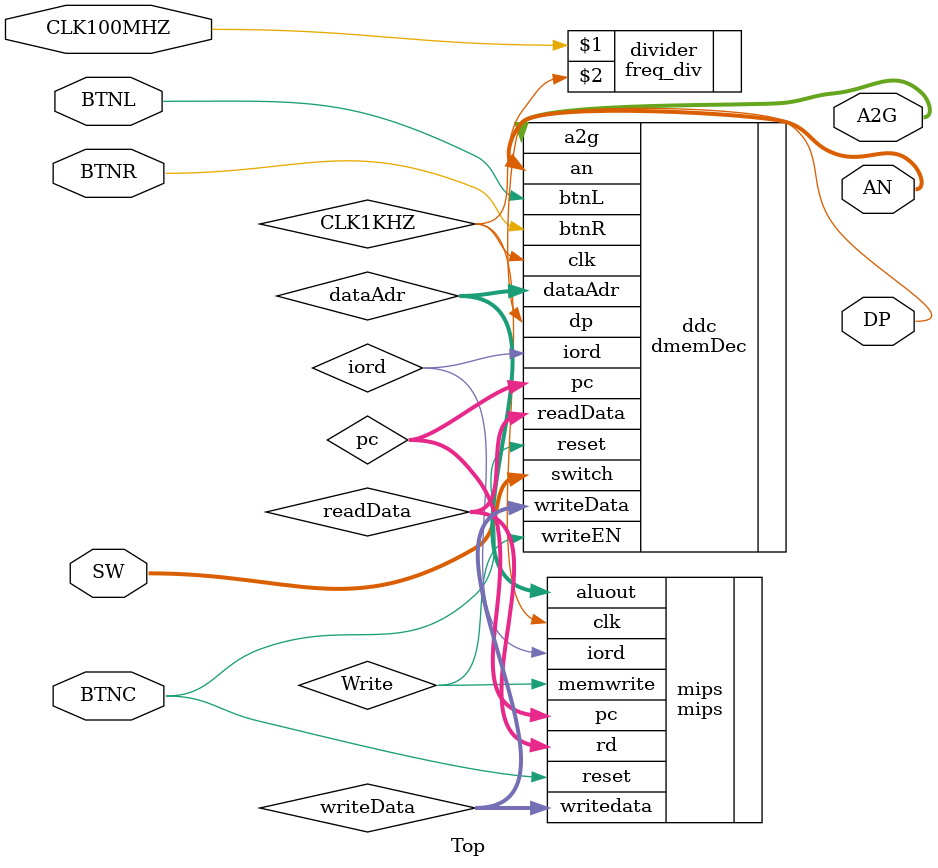
<source format=sv>
module Top(
  input  logic CLK100MHZ,
  input  logic BTNC,
  input  logic BTNL,
  input  logic BTNR,
  input  logic[15:0] SW,
  output logic[7:0] AN,
  output logic[6:0] A2G,
  output logic DP
  // output logic[31:0] pc
);
  logic       CLK1KHZ;

  freq_div divider(
    CLK100MHZ,
    CLK1KHZ
  );

  logic Write;
  logic[31:0] dataAdr;
  logic[31:0] writeData;
  logic[31:0] readData;
  logic[31:0] pc;              // newly added
  logic iord;                  // newly added

  mips mips(
    .clk(CLK1KHZ),
    .reset(BTNC),
    .rd(readData),             
    .iord(iord),               // output
    .memwrite(Write),          // output
    .pc(pc),                   // output
    .aluout(dataAdr),          // output
    .writedata(writeData)      // output
  );

  dmemDec ddc(
    .clk(CLK1KHZ),
    .writeEN(Write),
    .iord(iord),
    .pc(pc),
    .dataAdr(dataAdr),
    .writeData(writeData),
    .readData(readData),       // output
    .reset(BTNC),
    .btnL(BTNL),
    .btnR(BTNR),
    .switch(SW),
    .an(AN),                   // output
    .a2g(A2G),                 // output
    .dp(DP)                    // output
  );

endmodule

</source>
